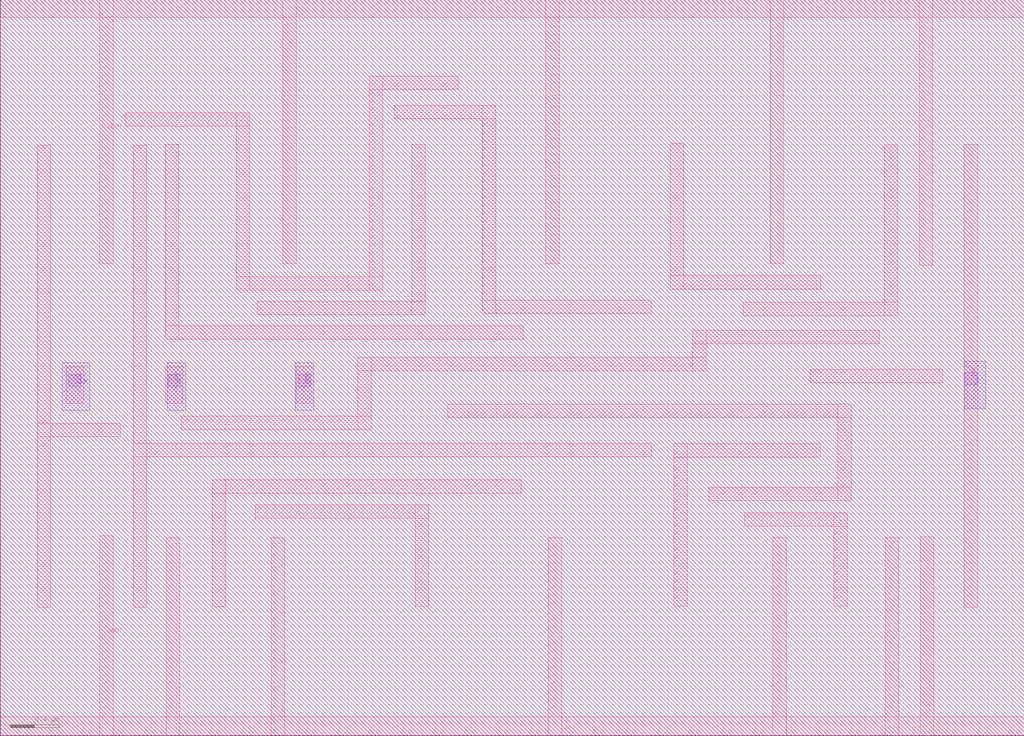
<source format=lef>
NAMESCASESENSITIVE ON ;
BUSBITCHARS "[]" ;

UNITS
  DATABASE MICRONS 1000 ;
END UNITS

MANUFACTURINGGRID 0.001 ;

DIVIDERCHAR "/" ;

LAYER M1
  TYPE ROUTING ;
  DIRECTION HORIZONTAL ;
  PITCH 0.26 0.26 ;
  WIDTH 0.14 ;
  AREA 0.042 ;
  SPACING 0.09 ;
  SPACING 0.19 RANGE 1.76 4 ;
  SPACING 0.29 RANGE 4 8 ;
  SPACING 1.05 RANGE 8 25 ;
  SPACING 1.85 RANGE 25 100000 ;
END M1

LAYER V1
  TYPE CUT ;
END V1

LAYER M2
  TYPE ROUTING ;
  DIRECTION VERTICAL ;
  PITCH 0.26 0.26 ;
  WIDTH 0.14 ;
  AREA 0.052 ;
  SPACING 0.1 ;
  SPACING 0.19 RANGE 1.76 4 ;
  SPACING 0.29 RANGE 4 8 ;
  SPACING 1.05 RANGE 8 25 ;
  SPACING 1.85 RANGE 25 100000 ;
END M2

LAYER V2
  TYPE CUT ;
END V2

LAYER M3
  TYPE ROUTING ;
  DIRECTION HORIZONTAL ;
  PITCH 0.26 0.26 ;
  WIDTH 0.14 ;
  AREA 0.052 ;
  SPACING 0.1 ;
  SPACING 0.19 RANGE 1.76 4 ;
  SPACING 0.29 RANGE 4 8 ;
  SPACING 1.05 RANGE 8 25 ;
  SPACING 1.85 RANGE 25 100000 ;
END M3

LAYER V3
  TYPE CUT ;
END V3

LAYER M4
  TYPE ROUTING ;
  DIRECTION VERTICAL ;
  PITCH 0.26 0.26 ;
  WIDTH 0.14 ;
  AREA 0.052 ;
  SPACING 0.1 ;
  SPACING 0.19 RANGE 1.76 4 ;
  SPACING 0.29 RANGE 4 8 ;
  SPACING 1.05 RANGE 8 25 ;
  SPACING 1.85 RANGE 25 100000 ;
END M4

LAYER V4
  TYPE CUT ;
END V4

LAYER M5
  TYPE ROUTING ;
  DIRECTION HORIZONTAL ;
  PITCH 0.26 0.26 ;
  WIDTH 0.14 ;
  AREA 0.052 ;
  SPACING 0.1 ;
  SPACING 0.19 RANGE 1.76 4 ;
  SPACING 0.29 RANGE 4 8 ;
  SPACING 1.05 RANGE 8 25 ;
  SPACING 1.85 RANGE 25 100000 ;
END M5

LAYER V5
  TYPE CUT ;
END V5

LAYER M6
  TYPE ROUTING ;
  DIRECTION VERTICAL ;
  PITCH 0.26 0.26 ;
  WIDTH 0.14 ;
  AREA 0.052 ;
  SPACING 0.1 ;
  SPACING 0.19 RANGE 1.76 4 ;
  SPACING 0.29 RANGE 4 8 ;
  SPACING 1.05 RANGE 8 25 ;
  SPACING 1.85 RANGE 25 100000 ;
  END M6

LAYER OVERLAP
  TYPE OVERLAP ;
END OVERLAP

SPACING
  SAMENET M1  M1    0.09 STACK ;
  SAMENET M2  M2    0.1 STACK ;
  SAMENET M3  M3    0.1 STACK ;
  SAMENET M4  M4    0.1 STACK ;
  SAMENET M5  M5    0.1 STACK ;
  SAMENET M6  M6    0.1 STACK ;
  SAMENET V1  V1    0.1 ;
  SAMENET V2  V2    0.1 ;
  SAMENET V3  V3    0.1 ;
  SAMENET V4  V4    0.1 ;
  SAMENET V5  V5    0.1 ;
  SAMENET V1  V2    0.00 STACK ;
  SAMENET V2  V3    0.00 STACK ;
  SAMENET V3  V4    0.00 STACK ;
  SAMENET V4  V5    0.00 STACK ;
  SAMENET V1  V3    0.00 STACK ;
  SAMENET V2  V4    0.00 STACK ;
  SAMENET V3  V5    0.00 STACK ;
  SAMENET V1  V4    0.00 STACK ;
  SAMENET V2  V5    0.00 STACK ;
  SAMENET V1  V5    0.00 STACK ;
END SPACING


VIA via5 DEFAULT
  LAYER M5 ;
    RECT -0.07 -0.07 0.07 0.07 ;
  LAYER V5 ;
    RECT -0.05 -0.05 0.05 0.05 ;
  LAYER M6 ;
    RECT -0.07 -0.07 0.07 0.07 ;
END via5

VIA via4 DEFAULT
  LAYER M4 ;
    RECT -0.07 -0.07 0.07 0.07 ;
  LAYER V4 ;
    RECT -0.05 -0.05 0.05 0.05 ;
  LAYER M5 ;
    RECT -0.07 -0.07 0.07 0.07 ;
END via4

VIA via3 DEFAULT
  LAYER M4 ;
    RECT -0.07 -0.07 0.07 0.07 ;
  LAYER V3 ;
    RECT -0.05 -0.05 0.05 0.05 ;
  LAYER M3 ;
    RECT -0.07 -0.07 0.07 0.07 ;
END via3

VIA via2 DEFAULT
  LAYER M3 ;
    RECT -0.07 -0.07 0.07 0.07 ;
  LAYER V2 ;
    RECT -0.05 -0.05 0.05 0.05 ;
  LAYER M2 ;
    RECT -0.07 -0.07 0.07 0.07 ;
END via2

VIA via1 DEFAULT
  LAYER M2 ;
    RECT -0.07 -0.07 0.07 0.07 ;
  LAYER V1 ;
    RECT -0.05 -0.05 0.05 0.05 ;
  LAYER M1 ;
    RECT -0.07 -0.07 0.07 0.07 ;
END via1


VIARULE via1Array GENERATE
  LAYER M1 ;
  DIRECTION HORIZONTAL ;
  OVERHANG 0.045 ;
    METALOVERHANG 0 ;
  LAYER M2 ;
  DIRECTION VERTICAL ;
    OVERHANG 0.045 ;
    METALOVERHANG 0 ;
  LAYER V1 ;
    RECT -0.05 -0.05 0.05 0.05 ;
    SPACING 0.2 BY 0.2 ;
END via1Array


VIARULE via2Array GENERATE
  LAYER M3 ;
    DIRECTION HORIZONTAL ;
    OVERHANG 0.03 ;
    METALOVERHANG 0 ;
  LAYER M2 ;
  DIRECTION VERTICAL ;
    OVERHANG 0.03 ;
    METALOVERHANG 0 ;
  LAYER V2 ;
    RECT -0.05 -0.05 0.05 0.05 ;
    SPACING 0.2 BY 0.2 ;
END via2Array


VIARULE via3Array GENERATE
  LAYER M3 ;
    DIRECTION HORIZONTAL ;
    OVERHANG 0.03 ;
    METALOVERHANG 0 ;
  LAYER M4 ;
    DIRECTION VERTICAL ;
    OVERHANG 0.03 ;
    METALOVERHANG 0 ;
  LAYER V3 ;
    RECT -0.05 -0.05 0.05 0.05 ;
    SPACING 0.2 BY 0.2 ;
END via3Array

VIARULE via4Array GENERATE
  LAYER M5 ;
    DIRECTION HORIZONTAL ;
    OVERHANG 0.03 ;
    METALOVERHANG 0 ;
  LAYER M4 ;
    DIRECTION VERTICAL ;
    OVERHANG 0.03 ;
    METALOVERHANG 0 ;
  LAYER V4 ;
    RECT -0.05 -0.05 0.05 0.05 ;
    SPACING 0.2 BY 0.2 ;
END via4Array

VIARULE via5Array GENERATE
  LAYER M5 ;
    DIRECTION HORIZONTAL ;
    OVERHANG 0.03 ;
    METALOVERHANG 0 ;
  LAYER M6 ;
    DIRECTION VERTICAL ;
    OVERHANG 0.045 ;
    METALOVERHANG 0 ;
  LAYER V5 ;
    RECT -0.05 -0.05 0.05 0.05 ;
    SPACING 0.2 BY 0.2 ;
END via5Array

VIARULE TURNM1 GENERATE
  LAYER M1 ;
    DIRECTION HORIZONTAL ;
  LAYER M1 ;
    DIRECTION VERTICAL ;
END TURNM1

VIARULE TURNM2 GENERATE
  LAYER M2 ;
    DIRECTION HORIZONTAL ;
  LAYER M2 ;
    DIRECTION VERTICAL ;
END TURNM2

VIARULE TURNM3 GENERATE
  LAYER M3 ;
    DIRECTION HORIZONTAL ;
  LAYER M3 ;
    DIRECTION VERTICAL ;
END TURNM3

VIARULE TURNM4 GENERATE
  LAYER M4 ;
    DIRECTION HORIZONTAL ;
  LAYER M4 ;
    DIRECTION VERTICAL ;
END TURNM4

VIARULE TURNM5 GENERATE
  LAYER M5 ;
    DIRECTION HORIZONTAL ;
  LAYER M5 ;
    DIRECTION VERTICAL ;
END TURNM5

VIARULE TURNM6 GENERATE
  LAYER M6 ;
    DIRECTION HORIZONTAL ;
  LAYER M6 ;
    DIRECTION VERTICAL ;
END TURNM6


SITE  CoreSite
    CLASS       CORE ;
    SYMMETRY    Y ;
    SYMMETRY    X ;
    SIZE        0.260 BY 5.98 ;
END  CoreSite

SITE  TDCoverSite
    CLASS       CORE ;
    SIZE        0.0500 BY 0.0500 ;
END  TDCoverSite

SITE  SBlockSite
    CLASS       CORE ;
    SIZE        0.0500 BY 0.0500 ;
END  SBlockSite

SITE  PortCellSite
    CLASS       PAD ;
    SIZE        0.0500 BY 0.0500 ;
END  PortCellSite

SITE  Core
    CLASS       CORE ;
    SYMMETRY    Y ;
    SYMMETRY    X ;
    SIZE        0.260 BY 5.98 ;
END  Core



MACRO DFF
  CLASS CORE ;
  ORIGIN 4.427 2.002 ;
  FOREIGN DFF -4.427 -2.002 ;
  SIZE 8.32 BY 5.98 ;
  SYMMETRY X Y ;
  SITE CoreSite ;
  PIN CLK
    DIRECTION INPUT ;
    USE SIGNAL ;
    PORT
      LAYER M1 ;
        RECT -3.893 0.7 -3.751 1 ;
      LAYER M2 ;
        RECT -3.923 0.641 -3.702 1.027 ;
      LAYER V1 ;
        RECT -3.873 0.836 -3.773 0.936 ;
    END
  END CLK
  PIN D
    DIRECTION INPUT ;
    USE SIGNAL ;
    PORT
      LAYER M1 ;
        RECT -2.022 0.7 -1.88 1 ;
      LAYER M2 ;
        RECT -2.032 0.641 -1.882 1.027 ;
      LAYER V1 ;
        RECT -2.004 0.836 -1.904 0.936 ;
    END
  END D
  PIN Q
    DIRECTION OUTPUT ;
    USE SIGNAL ;
    PORT
      LAYER M1 ;
        RECT 3.405 -0.957 3.515 2.805 ;
      LAYER M2 ;
        RECT 3.405 0.656 3.578 1.042 ;
      LAYER V1 ;
        RECT 3.409 0.851 3.509 0.951 ;
    END
  END Q
  PIN R
    DIRECTION INPUT ;
    USE SIGNAL ;
    PORT
      LAYER M1 ;
        RECT -3.086 0.7 -2.944 1 ;
      LAYER M2 ;
        RECT -3.072 0.641 -2.922 1.027 ;
      LAYER V1 ;
        RECT -3.064 0.836 -2.964 0.936 ;
    END
  END R
  PIN GND!
    DIRECTION INOUT ;
    USE GROUND ;
    SHAPE ABUTMENT ;
    PORT
      LAYER M1 ;
        RECT -4.427 -2.002 3.893 -1.848 ;
        RECT 3.048 -2.002 3.158 -0.384 ;
        RECT 2.761 -2.002 2.871 -0.393 ;
        RECT 1.849 -2.002 1.959 -0.393 ;
        RECT 0.024 -2.002 0.134 -0.393 ;
        RECT -2.228 -2.002 -2.118 -0.393 ;
        RECT -3.081 -2.002 -2.971 -0.393 ;
        RECT -3.618 -2.002 -3.508 -0.379 ;
    END
  END GND!
  PIN VDD!
    DIRECTION INOUT ;
    USE POWER ;
    SHAPE ABUTMENT ;
    PORT
      LAYER M1 ;
        RECT -4.427 3.835 3.893 3.978 ;
        RECT 3.037 1.82 3.147 3.978 ;
        RECT 1.828 1.832 1.938 3.978 ;
        RECT 0.003 1.832 0.113 3.978 ;
        RECT -2.133 1.832 -2.023 3.978 ;
        RECT -3.618 1.832 -3.508 3.978 ;
    END
  END VDD!
  OBS
    LAYER M1 ;
      RECT 2.753 1.409 2.863 2.798 ;
      RECT 1.608 1.409 2.863 1.519 ;
      RECT 1.2 1.182 2.712 1.292 ;
      RECT 1.2 0.961 1.31 1.292 ;
      RECT -1.522 0.961 1.31 1.071 ;
      RECT -1.522 0.485 -1.412 1.071 ;
      RECT -2.958 0.485 -1.412 0.595 ;
      RECT -0.792 0.582 2.487 0.692 ;
      RECT 2.377 -0.095 2.487 0.692 ;
      RECT 1.327 -0.095 2.487 0.015 ;
      RECT 1.622 -0.3 2.455 -0.19 ;
      RECT 2.345 -0.95 2.455 -0.19 ;
      RECT 1.014 1.627 1.124 2.812 ;
      RECT 1.014 1.627 2.239 1.737 ;
      RECT 1.045 0.258 2.236 0.368 ;
      RECT 1.045 -0.952 1.155 0.368 ;
      RECT -3.348 -0.957 -3.238 2.797 ;
      RECT -3.348 0.265 0.861 0.375 ;
      RECT -1.228 3.009 -0.403 3.119 ;
      RECT -0.513 1.426 -0.403 3.119 ;
      RECT -0.513 1.426 0.861 1.536 ;
      RECT -3.089 1.217 -2.979 2.802 ;
      RECT -3.089 1.217 -0.179 1.327 ;
      RECT -2.705 -0.033 -0.194 0.077 ;
      RECT -2.705 -0.956 -2.595 0.077 ;
      RECT -1.43 3.245 -0.707 3.355 ;
      RECT -1.43 1.617 -1.32 3.355 ;
      RECT -3.411 2.95 -2.402 3.06 ;
      RECT -2.512 1.617 -2.402 3.06 ;
      RECT -2.512 1.617 -1.32 1.727 ;
      RECT -2.358 -0.234 -0.948 -0.124 ;
      RECT -1.058 -0.95 -0.948 -0.124 ;
      RECT -1.086 1.417 -0.976 2.804 ;
      RECT -2.338 1.417 -0.976 1.527 ;
      RECT -4.128 -0.957 -4.018 2.797 ;
      RECT -4.128 0.428 -3.455 0.538 ;
      RECT 2.152 0.866 3.228 0.976 ;
  END
 
END DFF

MACRO FILLER
  CLASS CORE ;
  ORIGIN 0.263 3.998 ;
  FOREIGN FILLER -0.263 -3.998 ;
  SIZE 0.26 BY 5.98 ;
  SYMMETRY X Y ;
  SITE CoreSite ;
  PIN GND!
    DIRECTION INOUT ;
    USE GROUND ;
    SHAPE ABUTMENT ;
    PORT
      LAYER M1 ;
        RECT -0.363 -3.998 0.097 -3.844 ;
    END
  END GND!
  PIN VDD!
    DIRECTION INOUT ;
    USE POWER ;
    SHAPE ABUTMENT ;
    PORT
      LAYER M1 ;
        RECT -0.363 1.839 0.097 1.982 ;
    END
  END VDD!
 
END FILLER

MACRO INV
  CLASS CORE ;
  ORIGIN 0.618 2.538 ;
  FOREIGN INV -0.618 -2.538 ;
  SIZE 1.3 BY 5.98 ;
  SYMMETRY X Y ;
  SITE CoreSite ;
  PIN IN
    DIRECTION INPUT ;
    USE SIGNAL ;
    PORT
      LAYER M1 ;
        RECT -0.3 0.128 -0.158 0.428 ;
      LAYER M2 ;
        RECT -0.303 0.12 -0.153 0.506 ;
      LAYER V1 ;
        RECT -0.28 0.264 -0.18 0.364 ;
    END
  END IN
  PIN OUT
    DIRECTION OUTPUT ;
    USE SIGNAL ;
    PORT
      LAYER M1 ;
        RECT 0.242 -1.498 0.352 2.257 ;
      LAYER M2 ;
        RECT 0.217 0.12 0.367 0.506 ;
      LAYER V1 ;
        RECT 0.25 0.264 0.35 0.364 ;
    END
  END OUT
  PIN GND!
    DIRECTION INOUT ;
    USE GROUND ;
    SHAPE ABUTMENT ;
    PORT
      LAYER M1 ;
        RECT -0.618 -2.538 0.682 -2.384 ;
        RECT -0.311 -2.538 -0.201 -0.925 ;
    END
  END GND!
  PIN VDD!
    DIRECTION INOUT ;
    USE POWER ;
    SHAPE ABUTMENT ;
    PORT
      LAYER M1 ;
        RECT -0.618 3.299 0.682 3.442 ;
        RECT -0.305 1.295 -0.195 3.442 ;
    END
  END VDD!
  
END INV

MACRO NAND2
  CLASS CORE ;
  ORIGIN 0.916 2.835 ;
  FOREIGN NAND2 -0.916 -2.835 ;
  SIZE 2.08 BY 5.98 ;
  SYMMETRY X Y ;
  SITE CoreSite ;
  PIN A
    DIRECTION INPUT ;
    USE SIGNAL ;
    PORT
      LAYER M1 ;
        RECT -0.337 -0.172 -0.195 0.128 ;
      LAYER M2 ;
        RECT -0.341 -0.177 -0.191 0.209 ;
      LAYER V1 ;
        RECT -0.315 -0.036 -0.215 0.064 ;
    END
  END A
  PIN B
    DIRECTION INPUT ;
    USE SIGNAL ;
    PORT
      LAYER M1 ;
        RECT 0.183 -0.17 0.325 0.13 ;
      LAYER M2 ;
        RECT 0.179 -0.177 0.329 0.209 ;
      LAYER V1 ;
        RECT 0.206 -0.034 0.306 0.066 ;
    END
  END B
  PIN OUT
    DIRECTION OUTPUT ;
    USE SIGNAL ;
    PORT
      LAYER M1 ;
        RECT 0.736 -0.112 0.846 1.96 ;
        RECT -0.625 0.583 0.846 0.693 ;
        RECT -0.625 -1.785 -0.515 1.96 ;
      LAYER M2 ;
        RECT 0.699 -0.177 0.849 0.209 ;
      LAYER V1 ;
        RECT 0.742 -0.067 0.842 0.033 ;
    END
  END OUT
  PIN GND!
    DIRECTION INOUT ;
    USE GROUND ;
    SHAPE ABUTMENT ;
    PORT
      LAYER M1 ;
        RECT -0.916 -2.835 1.164 -2.681 ;
        RECT 0.728 -2.835 0.838 -1.228 ;
    END
  END GND!
  PIN VDD!
    DIRECTION INOUT ;
    USE POWER ;
    SHAPE ABUTMENT ;
    PORT
      LAYER M1 ;
        RECT -0.916 3.002 1.164 3.145 ;
        RECT -0.232 1.004 -0.122 3.145 ;
    END
  END VDD!
  
END NAND2

MACRO NAND3
  CLASS CORE ;
  ORIGIN 1.273 2.268 ;
  FOREIGN NAND3 -1.273 -2.268 ;
  SIZE 2.6 BY 5.98 ;
  SYMMETRY X Y ;
  SITE CoreSite ;
  PIN A
    DIRECTION INPUT ;
    USE SIGNAL ;
    PORT
      LAYER M1 ;
        RECT -0.693 0.4 -0.551 0.7 ;
      LAYER M2 ;
        RECT -0.698 0.39 -0.548 0.776 ;
      LAYER V1 ;
        RECT -0.671 0.536 -0.571 0.636 ;
    END
  END A
  PIN B
    DIRECTION INPUT ;
    USE SIGNAL ;
    PORT
      LAYER M1 ;
        RECT -0.174 0.393 -0.032 0.693 ;
      LAYER M2 ;
        RECT -0.178 0.39 -0.028 0.776 ;
      LAYER V1 ;
        RECT -0.152 0.529 -0.052 0.629 ;
    END
  END B
  PIN C
    DIRECTION INPUT ;
    USE SIGNAL ;
    PORT
      LAYER M1 ;
        RECT 0.867 0.402 1.009 0.702 ;
      LAYER M2 ;
        RECT 0.862 0.39 1.012 0.776 ;
      LAYER V1 ;
        RECT 0.889 0.538 0.989 0.638 ;
    END
  END C
  PIN OUT
    DIRECTION OUTPUT ;
    USE SIGNAL ;
    PORT
      LAYER M1 ;
        RECT 0.901 0.971 1.011 2.536 ;
        RECT -0.964 0.971 1.011 1.081 ;
        RECT 0.376 0.399 0.486 1.081 ;
        RECT -0.571 0.971 -0.461 2.532 ;
        RECT -0.964 -1.218 -0.854 1.081 ;
      LAYER M2 ;
        RECT 0.342 0.39 0.492 0.776 ;
      LAYER V1 ;
        RECT 0.378 0.527 0.478 0.627 ;
    END
  END OUT
  PIN GND!
    DIRECTION INOUT ;
    USE GROUND ;
    SHAPE ABUTMENT ;
    PORT
      LAYER M1 ;
        RECT -1.273 -2.268 1.327 -2.114 ;
        RECT 0.907 -2.268 1.017 -0.646 ;
    END
  END GND!
  PIN VDD!
    DIRECTION INOUT ;
    USE POWER ;
    SHAPE ABUTMENT ;
    PORT
      LAYER M1 ;
        RECT -1.273 3.569 1.327 3.712 ;
        RECT 0.41 1.569 0.52 3.712 ;
        RECT -0.964 1.565 -0.854 3.712 ;
    END
  END VDD!
 
END NAND3

MACRO NOR2
  CLASS CORE ;
  ORIGIN 1.149 2.627 ;
  FOREIGN NOR2 -1.149 -2.627 ;
  SIZE 2.08 BY 5.98 ;
  SYMMETRY X Y ;
  SITE CoreSite ;
  PIN A
    DIRECTION INPUT ;
    USE SIGNAL ;
    PORT
      LAYER M1 ;
        RECT -0.57 0.043 -0.428 0.343 ;
      LAYER M2 ;
        RECT -0.574 0.031 -0.424 0.417 ;
      LAYER V1 ;
        RECT -0.548 0.179 -0.448 0.279 ;
    END
  END A
  PIN B
    DIRECTION INPUT ;
    USE SIGNAL ;
    PORT
      LAYER M1 ;
        RECT -0.05 0.043 0.092 0.343 ;
      LAYER M2 ;
        RECT -0.054 0.031 0.096 0.417 ;
      LAYER V1 ;
        RECT -0.027 0.179 0.073 0.279 ;
    END
  END B
  PIN OUT
    DIRECTION OUTPUT ;
    USE SIGNAL ;
    PORT
      LAYER M1 ;
        RECT 0.508 -0.272 0.618 2.17 ;
        RECT -0.295 -0.272 0.618 -0.162 ;
        RECT -0.295 -1.584 -0.185 -0.162 ;
      LAYER M2 ;
        RECT 0.466 0.031 0.616 0.417 ;
      LAYER V1 ;
        RECT 0.509 0.179 0.609 0.279 ;
    END
  END OUT
  PIN GND!
    DIRECTION INOUT ;
    USE GROUND ;
    SHAPE ABUTMENT ;
    PORT
      LAYER M1 ;
        RECT -1.149 -2.627 0.931 -2.473 ;
        RECT 0.497 -2.627 0.607 -1.021 ;
        RECT -0.858 -2.627 -0.748 -1.01 ;
    END
  END GND!
  PIN VDD!
    DIRECTION INOUT ;
    USE POWER ;
    SHAPE ABUTMENT ;
    PORT
      LAYER M1 ;
        RECT -1.149 3.21 0.931 3.353 ;
        RECT -0.858 1.208 -0.748 3.353 ;
    END
  END VDD!
  
END NOR2

MACRO OAI22
  CLASS CORE ;
  ORIGIN 1.401 1.167 ;
  FOREIGN OAI22 -1.401 -1.167 ;
  SIZE 2.86 BY 5.98 ;
  SYMMETRY X Y ;
  SITE CoreSite ;
  PIN A
    DIRECTION INPUT ;
    USE SIGNAL ;
    PORT
      LAYER M1 ;
        RECT -1.101 1.5 -0.959 1.8 ;
      LAYER M2 ;
        RECT -1.086 1.491 -0.936 1.877 ;
      LAYER V1 ;
        RECT -1.079 1.636 -0.979 1.736 ;
    END
  END A
  PIN B
    DIRECTION INPUT ;
    USE SIGNAL ;
    PORT
      LAYER M1 ;
        RECT -0.564 1.5 -0.422 1.8 ;
      LAYER M2 ;
        RECT -0.566 1.491 -0.416 1.877 ;
      LAYER V1 ;
        RECT -0.541 1.636 -0.441 1.736 ;
    END
  END B
  PIN C
    DIRECTION INPUT ;
    USE SIGNAL ;
    PORT
      LAYER M1 ;
        RECT 0.996 1.5 1.138 1.8 ;
      LAYER M2 ;
        RECT 0.994 1.491 1.144 1.877 ;
      LAYER V1 ;
        RECT 1.02 1.636 1.12 1.736 ;
    END
  END C
  PIN D
    DIRECTION INPUT ;
    USE SIGNAL ;
    PORT
      LAYER M1 ;
        RECT -0.044 1.5 0.098 1.8 ;
      LAYER M2 ;
        RECT -0.046 1.491 0.104 1.877 ;
      LAYER V1 ;
        RECT -0.02 1.636 0.08 1.736 ;
    END
  END D
  PIN OUT
    DIRECTION OUTPUT ;
    USE SIGNAL ;
    PORT
      LAYER M1 ;
        RECT 0.494 1.493 0.604 2.134 ;
        RECT -0.136 2.024 0.604 2.134 ;
        RECT -0.136 2.024 -0.026 3.621 ;
        RECT -0.827 2.025 -0.026 2.135 ;
        RECT -0.827 -0.207 -0.717 2.135 ;
      LAYER M2 ;
        RECT 0.474 1.491 0.624 1.877 ;
      LAYER V1 ;
        RECT 0.5 1.631 0.6 1.731 ;
    END
  END OUT
  PIN GND!
    DIRECTION INOUT ;
    USE GROUND ;
    SHAPE ABUTMENT ;
    PORT
      LAYER M1 ;
        RECT -1.401 -1.167 1.459 -1.013 ;
        RECT 0.437 -1.167 0.547 0.437 ;
    END
  END GND!
  PIN VDD!
    DIRECTION INOUT ;
    USE POWER ;
    SHAPE ABUTMENT ;
    PORT
      LAYER M1 ;
        RECT -1.401 4.67 1.459 4.813 ;
        RECT 0.988 2.666 1.098 4.813 ;
        RECT -1.092 2.668 -0.982 4.813 ;
    END
  END VDD!
  OBS
    LAYER M1 ;
      RECT -0.146 0.604 1.011 0.714 ;
      RECT 0.901 -0.118 1.011 0.714 ;
      RECT -0.146 -0.507 -0.036 0.714 ;
      RECT -1.097 -0.507 -0.987 0.444 ;
      RECT -1.097 -0.507 -0.036 -0.397 ;
  END
  
END OAI22

MACRO XNOR2
  CLASS CORE ;
  ORIGIN 1.21 0.964 ;
  FOREIGN XNOR2 -1.21 -0.964 ;
  SIZE 2.86 BY 5.98 ;
  SYMMETRY X Y ;
  SITE CoreSite ;
  PIN A
    DIRECTION INPUT ;
    USE SIGNAL ;
    PORT
      LAYER M1 ;
        RECT 1.197 1.702 1.339 2.002 ;
      LAYER M2 ;
        RECT 1.185 1.694 1.335 2.08 ;
      LAYER V1 ;
        RECT 1.213 1.865 1.313 1.965 ;
    END
  END A
  PIN B
    DIRECTION INPUT ;
    USE SIGNAL ;
    PORT
      LAYER M1 ;
        RECT -0.366 1.728 -0.224 2.028 ;
      LAYER M2 ;
        RECT -0.375 1.694 -0.225 2.08 ;
      LAYER V1 ;
        RECT -0.344 1.864 -0.244 1.964 ;
    END
  END B
  PIN OUT
    DIRECTION OUTPUT ;
    USE SIGNAL ;
    PORT
      LAYER M1 ;
        RECT 0.433 0.728 1.049 0.838 ;
        RECT 0.939 0.095 1.049 0.838 ;
        RECT 0.433 0.728 0.543 3.83 ;
      LAYER M2 ;
        RECT 0.405 1.694 0.555 2.08 ;
      LAYER V1 ;
        RECT 0.438 1.848 0.538 1.948 ;
    END
  END OUT
  PIN GND!
    DIRECTION INOUT ;
    USE GROUND ;
    SHAPE ABUTMENT ;
    PORT
      LAYER M1 ;
        RECT -1.21 -0.964 1.65 -0.81 ;
        RECT -0.104 -0.964 0.006 0.645 ;
    END
  END GND!
  PIN VDD!
    DIRECTION INOUT ;
    USE POWER ;
    SHAPE ABUTMENT ;
    PORT
      LAYER M1 ;
        RECT -1.21 4.873 1.65 5.016 ;
        RECT 1.205 2.872 1.315 5.016 ;
        RECT -0.092 2.872 0.018 5.016 ;
        RECT -0.935 2.875 -0.825 5.016 ;
    END
  END VDD!
  OBS
    LAYER M1 ;
      RECT 1.207 -0.204 1.317 0.644 ;
      RECT 0.425 -0.204 0.535 0.637 ;
      RECT 0.425 -0.204 1.317 -0.094 ;
      RECT -0.647 2.254 -0.537 3.841 ;
      RECT -0.935 2.254 0.254 2.364 ;
      RECT -0.935 0.086 -0.825 2.364 ;
  END
  
END XNOR2

END LIBRARY

</source>
